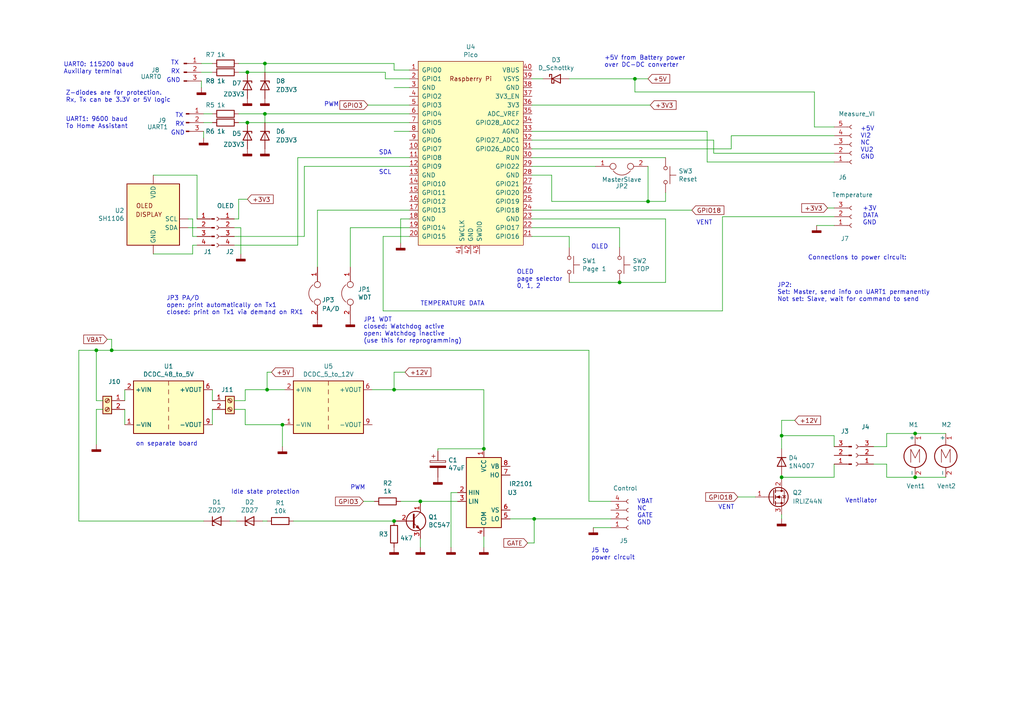
<source format=kicad_sch>
(kicad_sch (version 20230121) (generator eeschema)
  (paper "A4")
  (lib_symbols
    (symbol "Connector:Screw_Terminal_01x02" (pin_names (offset 1.016) hide)
      (property "Reference" "J" (at 0 2.54 0))
      (property "Value" "Screw_Terminal_01x02" (at 0 -5.08 0))
      (symbol "Screw_Terminal_01x02_1_1"
        (rectangle (start -1.27 1.27) (end 1.27 -3.81) (stroke (width 0.254)) (fill (type background)))
        (circle (center 0 -2.54) (radius 0.635) (stroke (width 0.1524)))
        (polyline (pts (xy -0.5334 -2.2098) (xy 0.3302 -3.048)) (stroke (width 0.1524)))
        (polyline (pts (xy -0.5334 0.3302) (xy 0.3302 -0.508)) (stroke (width 0.1524)))
        (polyline (pts (xy -0.3556 -2.032) (xy 0.508 -2.8702)) (stroke (width 0.1524)))
        (polyline (pts (xy -0.3556 0.508) (xy 0.508 -0.3302)) (stroke (width 0.1524)))
        (circle (center 0 0) (radius 0.635) (stroke (width 0.1524)))
        (pin passive line (at -5.08 0 0) (length 3.81) (name "Pin_1") (number "1"))
        (pin passive line (at -5.08 -2.54 0) (length 3.81) (name "Pin_2") (number "2"))
      )
    )
    (symbol "Device:D_Schottky" (pin_numbers hide) (pin_names (offset 1.016) hide)
      (property "Reference" "D" (at 0 2.54 0))
      (property "Value" "D_Schottky" (at 0 -2.54 0))
      (symbol "D_Schottky_0_1"
        (polyline (pts (xy 1.27 0) (xy -1.27 0)))
        (polyline (pts (xy 1.27 1.27) (xy 1.27 -1.27) (xy -1.27 0) (xy 1.27 1.27)) (stroke (width 0.254)))
        (polyline (pts (xy -1.905 0.635) (xy -1.905 1.27) (xy -1.27 1.27) (xy -1.27 -1.27) (xy -0.635 -1.27) (xy -0.635 -0.635)) (stroke (width 0.254)))
      )
      (symbol "D_Schottky_1_1"
        (pin passive line (at -3.81 0 0) (length 2.54) (name "K") (number "1"))
        (pin passive line (at 3.81 0 180) (length 2.54) (name "A") (number "2"))
      )
    )
    (symbol "Device:D_Zener" (pin_numbers hide) (pin_names (offset 1.016) hide)
      (property "Reference" "D" (at 0 2.54 0))
      (property "Value" "D_Zener" (at 0 -2.54 0))
      (symbol "D_Zener_0_1"
        (polyline (pts (xy 1.27 0) (xy -1.27 0)))
        (polyline (pts (xy -1.27 -1.27) (xy -1.27 1.27) (xy -0.762 1.27)) (stroke (width 0.254)))
        (polyline (pts (xy 1.27 -1.27) (xy 1.27 1.27) (xy -1.27 0) (xy 1.27 -1.27)) (stroke (width 0.254)))
      )
      (symbol "D_Zener_1_1"
        (pin passive line (at -3.81 0 0) (length 2.54) (name "K") (number "1"))
        (pin passive line (at 3.81 0 180) (length 2.54) (name "A") (number "2"))
      )
    )
    (symbol "Device:Q_NPN_CBE" (pin_names (offset 0) hide)
      (property "Reference" "Q" (at 5.08 1.27 0))
      (property "Value" "Q_NPN_CBE" (at 5.08 -1.27 0))
      (symbol "Q_NPN_CBE_0_1"
        (polyline (pts (xy 0.635 0.635) (xy 2.54 2.54)))
        (polyline (pts (xy 0.635 -0.635) (xy 2.54 -2.54) (xy 2.54 -2.54)))
        (polyline (pts (xy 0.635 1.905) (xy 0.635 -1.905) (xy 0.635 -1.905)) (stroke (width 0.508)))
        (polyline (pts (xy 1.27 -1.778) (xy 1.778 -1.27) (xy 2.286 -2.286) (xy 1.27 -1.778) (xy 1.27 -1.778)) (fill (type outline)))
        (circle (center 1.27 0) (radius 2.8194) (stroke (width 0.254)))
      )
      (symbol "Q_NPN_CBE_1_1"
        (pin passive line (at 2.54 5.08 270) (length 2.54) (name "C") (number "1"))
        (pin input line (at -5.08 0 0) (length 5.715) (name "B") (number "2"))
        (pin passive line (at 2.54 -5.08 90) (length 2.54) (name "E") (number "3"))
      )
    )
    (symbol "Device:R" (pin_numbers hide) (pin_names (offset 0))
      (property "Reference" "R" (at 2.032 0 90))
      (property "Value" "R" (at 0 0 90))
      (symbol "R_0_1"
        (rectangle (start -1.016 -2.54) (end 1.016 2.54) (stroke (width 0.254)))
      )
      (symbol "R_1_1"
        (pin passive line (at 0 3.81 270) (length 1.27) (name "~") (number "1"))
        (pin passive line (at 0 -3.81 90) (length 1.27) (name "~") (number "2"))
      )
    )
    (symbol "Diode:1N4007" (pin_numbers hide) (pin_names hide)
      (property "Reference" "D" (at 0 2.54 0))
      (property "Value" "1N4007" (at 0 -2.54 0))
      (symbol "1N4007_0_1"
        (polyline (pts (xy -1.27 1.27) (xy -1.27 -1.27)) (stroke (width 0.254)))
        (polyline (pts (xy 1.27 0) (xy -1.27 0)))
        (polyline (pts (xy 1.27 1.27) (xy 1.27 -1.27) (xy -1.27 0) (xy 1.27 1.27)) (stroke (width 0.254)))
      )
      (symbol "1N4007_1_1"
        (pin passive line (at -3.81 0 0) (length 2.54) (name "K") (number "1"))
        (pin passive line (at 3.81 0 180) (length 2.54) (name "A") (number "2"))
      )
    )
    (symbol "Diode:BZD27Cxx" (pin_numbers hide) (pin_names hide)
      (property "Reference" "D" (at 0 2.54 0))
      (property "Value" "BZD27Cxx" (at 0 -2.54 0))
      (symbol "BZD27Cxx_0_1"
        (polyline (pts (xy 1.27 0) (xy -1.27 0)))
        (polyline (pts (xy -1.27 -1.27) (xy -1.27 1.27) (xy -0.762 1.27)) (stroke (width 0.254)))
        (polyline (pts (xy 1.27 -1.27) (xy 1.27 1.27) (xy -1.27 0) (xy 1.27 -1.27)) (stroke (width 0.254)))
      )
      (symbol "BZD27Cxx_1_1"
        (pin passive line (at -3.81 0 0) (length 2.54) (name "K") (number "1"))
        (pin passive line (at 3.81 0 180) (length 2.54) (name "A") (number "2"))
      )
    )
    (symbol "Driver_FET:IR2101"
      (property "Reference" "U" (at 1.27 13.335 0))
      (property "Value" "IR2101" (at 1.27 11.43 0))
      (symbol "IR2101_0_1"
        (rectangle (start -5.08 -10.16) (end 5.08 10.16) (stroke (width 0.254)) (fill (type background)))
      )
      (symbol "IR2101_1_1"
        (pin power_in line (at 0 12.7 270) (length 2.54) (name "VCC") (number "1"))
        (pin input line (at -7.62 0 0) (length 2.54) (name "HIN") (number "2"))
        (pin input line (at -7.62 -2.54 0) (length 2.54) (name "LIN") (number "3"))
        (pin power_in line (at 0 -12.7 90) (length 2.54) (name "COM") (number "4"))
        (pin output line (at 7.62 -7.62 180) (length 2.54) (name "LO") (number "5"))
        (pin passive line (at 7.62 -5.08 180) (length 2.54) (name "VS") (number "6"))
        (pin output line (at 7.62 5.08 180) (length 2.54) (name "HO") (number "7"))
        (pin passive line (at 7.62 7.62 180) (length 2.54) (name "VB") (number "8"))
      )
    )
    (symbol "MPPT_05_2A_controlcircuit-rescue:CP-Device" (pin_numbers hide) (pin_names (offset 0.254))
      (property "Reference" "C" (at 0.635 2.54 0))
      (property "Value" "Device_CP" (at 0.635 -2.54 0))
      (symbol "CP-Device_0_1"
        (rectangle (start -2.286 0.508) (end 2.286 1.016))
        (polyline (pts (xy -1.778 2.286) (xy -0.762 2.286)))
        (polyline (pts (xy -1.27 2.794) (xy -1.27 1.778)))
        (rectangle (start 2.286 -0.508) (end -2.286 -1.016) (fill (type outline)))
      )
      (symbol "CP-Device_1_1"
        (pin passive line (at 0 3.81 270) (length 2.794) (name "~") (number "1"))
        (pin passive line (at 0 -3.81 90) (length 2.794) (name "~") (number "2"))
      )
    )
    (symbol "MPPT_05_2A_controlcircuit-rescue:Conn_01x03_Female-Connector" (pin_names (offset 1.016) hide)
      (property "Reference" "J" (at 0 5.08 0))
      (property "Value" "Connector_Conn_01x03_Female" (at 0 -5.08 0))
      (symbol "Conn_01x03_Female-Connector_1_1"
        (arc (start 0 -2.032) (mid -0.5058 -2.54) (end 0 -3.048) (stroke (width 0.1524)))
        (polyline (pts (xy -1.27 -2.54) (xy -0.508 -2.54)) (stroke (width 0.1524)))
        (polyline (pts (xy -1.27 0) (xy -0.508 0)) (stroke (width 0.1524)))
        (polyline (pts (xy -1.27 2.54) (xy -0.508 2.54)) (stroke (width 0.1524)))
        (arc (start 0 0.508) (mid -0.5058 0) (end 0 -0.508) (stroke (width 0.1524)))
        (arc (start 0 3.048) (mid -0.5058 2.54) (end 0 2.032) (stroke (width 0.1524)))
        (pin passive line (at -5.08 2.54 0) (length 3.81) (name "Pin_1") (number "1"))
        (pin passive line (at -5.08 0 0) (length 3.81) (name "Pin_2") (number "2"))
        (pin passive line (at -5.08 -2.54 0) (length 3.81) (name "Pin_3") (number "3"))
      )
    )
    (symbol "MPPT_05_2A_controlcircuit-rescue:Conn_01x03_Male-Connector" (pin_names (offset 1.016) hide)
      (property "Reference" "J" (at 0 5.08 0))
      (property "Value" "Connector_Conn_01x03_Male" (at 0 -5.08 0))
      (symbol "Conn_01x03_Male-Connector_1_1"
        (polyline (pts (xy 1.27 -2.54) (xy 0.8636 -2.54)) (stroke (width 0.1524)))
        (polyline (pts (xy 1.27 0) (xy 0.8636 0)) (stroke (width 0.1524)))
        (polyline (pts (xy 1.27 2.54) (xy 0.8636 2.54)) (stroke (width 0.1524)))
        (rectangle (start 0.8636 -2.413) (end 0 -2.667) (stroke (width 0.1524)) (fill (type outline)))
        (rectangle (start 0.8636 0.127) (end 0 -0.127) (stroke (width 0.1524)) (fill (type outline)))
        (rectangle (start 0.8636 2.667) (end 0 2.413) (stroke (width 0.1524)) (fill (type outline)))
        (pin passive line (at 5.08 2.54 180) (length 3.81) (name "Pin_1") (number "1"))
        (pin passive line (at 5.08 0 180) (length 3.81) (name "Pin_2") (number "2"))
        (pin passive line (at 5.08 -2.54 180) (length 3.81) (name "Pin_3") (number "3"))
      )
    )
    (symbol "MPPT_05_2A_controlcircuit-rescue:Conn_01x04_Female-Connector" (pin_names (offset 1.016) hide)
      (property "Reference" "J" (at 0 5.08 0))
      (property "Value" "Connector_Conn_01x04_Female" (at 0 -7.62 0))
      (symbol "Conn_01x04_Female-Connector_1_1"
        (arc (start 0 -4.572) (mid -0.5058 -5.08) (end 0 -5.588) (stroke (width 0.1524)))
        (arc (start 0 -2.032) (mid -0.5058 -2.54) (end 0 -3.048) (stroke (width 0.1524)))
        (polyline (pts (xy -1.27 -5.08) (xy -0.508 -5.08)) (stroke (width 0.1524)))
        (polyline (pts (xy -1.27 -2.54) (xy -0.508 -2.54)) (stroke (width 0.1524)))
        (polyline (pts (xy -1.27 0) (xy -0.508 0)) (stroke (width 0.1524)))
        (polyline (pts (xy -1.27 2.54) (xy -0.508 2.54)) (stroke (width 0.1524)))
        (arc (start 0 0.508) (mid -0.5058 0) (end 0 -0.508) (stroke (width 0.1524)))
        (arc (start 0 3.048) (mid -0.5058 2.54) (end 0 2.032) (stroke (width 0.1524)))
        (pin passive line (at -5.08 2.54 0) (length 3.81) (name "Pin_1") (number "1"))
        (pin passive line (at -5.08 0 0) (length 3.81) (name "Pin_2") (number "2"))
        (pin passive line (at -5.08 -2.54 0) (length 3.81) (name "Pin_3") (number "3"))
        (pin passive line (at -5.08 -5.08 0) (length 3.81) (name "Pin_4") (number "4"))
      )
    )
    (symbol "MPPT_05_2A_controlcircuit-rescue:Conn_01x04_Male-Connector" (pin_names (offset 1.016) hide)
      (property "Reference" "J" (at 0 5.08 0))
      (property "Value" "Connector_Conn_01x04_Male" (at 0 -7.62 0))
      (symbol "Conn_01x04_Male-Connector_1_1"
        (polyline (pts (xy 1.27 -5.08) (xy 0.8636 -5.08)) (stroke (width 0.1524)))
        (polyline (pts (xy 1.27 -2.54) (xy 0.8636 -2.54)) (stroke (width 0.1524)))
        (polyline (pts (xy 1.27 0) (xy 0.8636 0)) (stroke (width 0.1524)))
        (polyline (pts (xy 1.27 2.54) (xy 0.8636 2.54)) (stroke (width 0.1524)))
        (rectangle (start 0.8636 -4.953) (end 0 -5.207) (stroke (width 0.1524)) (fill (type outline)))
        (rectangle (start 0.8636 -2.413) (end 0 -2.667) (stroke (width 0.1524)) (fill (type outline)))
        (rectangle (start 0.8636 0.127) (end 0 -0.127) (stroke (width 0.1524)) (fill (type outline)))
        (rectangle (start 0.8636 2.667) (end 0 2.413) (stroke (width 0.1524)) (fill (type outline)))
        (pin passive line (at 5.08 2.54 180) (length 3.81) (name "Pin_1") (number "1"))
        (pin passive line (at 5.08 0 180) (length 3.81) (name "Pin_2") (number "2"))
        (pin passive line (at 5.08 -2.54 180) (length 3.81) (name "Pin_3") (number "3"))
        (pin passive line (at 5.08 -5.08 180) (length 3.81) (name "Pin_4") (number "4"))
      )
    )
    (symbol "MPPT_05_2A_controlcircuit-rescue:Conn_01x05_Female-Connector" (pin_names (offset 1.016) hide)
      (property "Reference" "J" (at 0 7.62 0))
      (property "Value" "Connector_Conn_01x05_Female" (at 0 -7.62 0))
      (symbol "Conn_01x05_Female-Connector_1_1"
        (arc (start 0 -4.572) (mid -0.5058 -5.08) (end 0 -5.588) (stroke (width 0.1524)))
        (arc (start 0 -2.032) (mid -0.5058 -2.54) (end 0 -3.048) (stroke (width 0.1524)))
        (polyline (pts (xy -1.27 -5.08) (xy -0.508 -5.08)) (stroke (width 0.1524)))
        (polyline (pts (xy -1.27 -2.54) (xy -0.508 -2.54)) (stroke (width 0.1524)))
        (polyline (pts (xy -1.27 0) (xy -0.508 0)) (stroke (width 0.1524)))
        (polyline (pts (xy -1.27 2.54) (xy -0.508 2.54)) (stroke (width 0.1524)))
        (polyline (pts (xy -1.27 5.08) (xy -0.508 5.08)) (stroke (width 0.1524)))
        (arc (start 0 0.508) (mid -0.5058 0) (end 0 -0.508) (stroke (width 0.1524)))
        (arc (start 0 3.048) (mid -0.5058 2.54) (end 0 2.032) (stroke (width 0.1524)))
        (arc (start 0 5.588) (mid -0.5058 5.08) (end 0 4.572) (stroke (width 0.1524)))
        (pin passive line (at -5.08 5.08 0) (length 3.81) (name "Pin_1") (number "1"))
        (pin passive line (at -5.08 2.54 0) (length 3.81) (name "Pin_2") (number "2"))
        (pin passive line (at -5.08 0 0) (length 3.81) (name "Pin_3") (number "3"))
        (pin passive line (at -5.08 -2.54 0) (length 3.81) (name "Pin_4") (number "4"))
        (pin passive line (at -5.08 -5.08 0) (length 3.81) (name "Pin_5") (number "5"))
      )
    )
    (symbol "MPPT_05_2A_controlcircuit-rescue:DCDC-DC_DC_converter"
      (property "Reference" "U" (at -7.62 8.89 0))
      (property "Value" "DC_DC_converter_DCDC" (at 11.43 8.89 0))
      (symbol "DCDC-DC_DC_converter_0_1"
        (rectangle (start -10.16 7.62) (end 10.16 -7.62) (stroke (width 0.254)) (fill (type background)))
        (polyline (pts (xy 0 -5.08) (xy 0 -6.35)))
        (polyline (pts (xy 0 -2.54) (xy 0 -3.81)))
        (polyline (pts (xy 0 0) (xy 0 -1.27)))
        (polyline (pts (xy 0 2.54) (xy 0 1.27)))
        (polyline (pts (xy 0 5.08) (xy 0 3.81)))
        (polyline (pts (xy 0 7.62) (xy 0 6.35)))
      )
      (symbol "DCDC-DC_DC_converter_1_1"
        (pin power_in line (at -12.7 -5.08 0) (length 2.54) (name "-VIN") (number "1"))
        (pin power_in line (at -12.7 5.08 0) (length 2.54) (name "+VIN") (number "2"))
        (pin power_out line (at 12.7 5.08 180) (length 2.54) (name "+VOUT") (number "6"))
        (pin no_connect line (at 10.16 2.54 180) (length 2.54) hide (name "NC") (number "7"))
        (pin no_connect line (at 10.16 0 180) (length 2.54) hide (name "NC") (number "8"))
        (pin power_out line (at 12.7 -5.08 180) (length 2.54) (name "-VOUT") (number "9"))
      )
    )
    (symbol "MPPT_05_2A_controlcircuit-rescue:Jumper-Device" (pin_names (offset 0.762) hide)
      (property "Reference" "JP" (at 0 3.81 0))
      (property "Value" "Device_Jumper" (at 0 -2.032 0))
      (symbol "Jumper-Device_0_1"
        (circle (center -2.54 0) (radius 0.889))
        (arc (start 2.5146 1.27) (mid 0.0078 2.5097) (end -2.4892 1.27))
        (circle (center 2.54 0) (radius 0.889))
        (pin passive line (at -7.62 0 0) (length 4.191) (name "1") (number "1"))
        (pin passive line (at 7.62 0 180) (length 4.191) (name "2") (number "2"))
      )
    )
    (symbol "MPPT_05_2A_controlcircuit-rescue:Pico-Raspi_Pico" (pin_names (offset 1.016))
      (property "Reference" "U" (at -13.97 27.94 0))
      (property "Value" "Raspi_Pico_Pico" (at 0 19.05 0))
      (symbol "Pico-Raspi_Pico_0_0"
        (text "Raspberry Pi" (at 0 21.59 0) (effects (font (size 1.27 1.27))))
      )
      (symbol "Pico-Raspi_Pico_0_1"
        (rectangle (start -15.24 26.67) (end 15.24 -26.67) (fill (type background)))
      )
      (symbol "Pico-Raspi_Pico_1_1"
        (pin bidirectional line (at -17.78 24.13 0) (length 2.54) (name "GPIO0") (number "1"))
        (pin bidirectional line (at -17.78 1.27 0) (length 2.54) (name "GPIO7") (number "10"))
        (pin bidirectional line (at -17.78 -1.27 0) (length 2.54) (name "GPIO8") (number "11"))
        (pin bidirectional line (at -17.78 -3.81 0) (length 2.54) (name "GPIO9") (number "12"))
        (pin power_in line (at -17.78 -6.35 0) (length 2.54) (name "GND") (number "13"))
        (pin bidirectional line (at -17.78 -8.89 0) (length 2.54) (name "GPIO10") (number "14"))
        (pin bidirectional line (at -17.78 -11.43 0) (length 2.54) (name "GPIO11") (number "15"))
        (pin bidirectional line (at -17.78 -13.97 0) (length 2.54) (name "GPIO12") (number "16"))
        (pin bidirectional line (at -17.78 -16.51 0) (length 2.54) (name "GPIO13") (number "17"))
        (pin power_in line (at -17.78 -19.05 0) (length 2.54) (name "GND") (number "18"))
        (pin bidirectional line (at -17.78 -21.59 0) (length 2.54) (name "GPIO14") (number "19"))
        (pin bidirectional line (at -17.78 21.59 0) (length 2.54) (name "GPIO1") (number "2"))
        (pin bidirectional line (at -17.78 -24.13 0) (length 2.54) (name "GPIO15") (number "20"))
        (pin bidirectional line (at 17.78 -24.13 180) (length 2.54) (name "GPIO16") (number "21"))
        (pin bidirectional line (at 17.78 -21.59 180) (length 2.54) (name "GPIO17") (number "22"))
        (pin power_in line (at 17.78 -19.05 180) (length 2.54) (name "GND") (number "23"))
        (pin bidirectional line (at 17.78 -16.51 180) (length 2.54) (name "GPIO18") (number "24"))
        (pin bidirectional line (at 17.78 -13.97 180) (length 2.54) (name "GPIO19") (number "25"))
        (pin bidirectional line (at 17.78 -11.43 180) (length 2.54) (name "GPIO20") (number "26"))
        (pin bidirectional line (at 17.78 -8.89 180) (length 2.54) (name "GPIO21") (number "27"))
        (pin power_in line (at 17.78 -6.35 180) (length 2.54) (name "GND") (number "28"))
        (pin bidirectional line (at 17.78 -3.81 180) (length 2.54) (name "GPIO22") (number "29"))
        (pin power_in line (at -17.78 19.05 0) (length 2.54) (name "GND") (number "3"))
        (pin input line (at 17.78 -1.27 180) (length 2.54) (name "RUN") (number "30"))
        (pin bidirectional line (at 17.78 1.27 180) (length 2.54) (name "GPIO26_ADC0") (number "31"))
        (pin bidirectional line (at 17.78 3.81 180) (length 2.54) (name "GPIO27_ADC1") (number "32"))
        (pin power_in line (at 17.78 6.35 180) (length 2.54) (name "AGND") (number "33"))
        (pin bidirectional line (at 17.78 8.89 180) (length 2.54) (name "GPIO28_ADC2") (number "34"))
        (pin unspecified line (at 17.78 11.43 180) (length 2.54) (name "ADC_VREF") (number "35"))
        (pin unspecified line (at 17.78 13.97 180) (length 2.54) (name "3V3") (number "36"))
        (pin input line (at 17.78 16.51 180) (length 2.54) (name "3V3_EN") (number "37"))
        (pin bidirectional line (at 17.78 19.05 180) (length 2.54) (name "GND") (number "38"))
        (pin unspecified line (at 17.78 21.59 180) (length 2.54) (name "VSYS") (number "39"))
        (pin bidirectional line (at -17.78 16.51 0) (length 2.54) (name "GPIO2") (number "4"))
        (pin unspecified line (at 17.78 24.13 180) (length 2.54) (name "VBUS") (number "40"))
        (pin input line (at -2.54 -29.21 90) (length 2.54) (name "SWCLK") (number "41"))
        (pin power_in line (at 0 -29.21 90) (length 2.54) (name "GND") (number "42"))
        (pin bidirectional line (at 2.54 -29.21 90) (length 2.54) (name "SWDIO") (number "43"))
        (pin bidirectional line (at -17.78 13.97 0) (length 2.54) (name "GPIO3") (number "5"))
        (pin bidirectional line (at -17.78 11.43 0) (length 2.54) (name "GPIO4") (number "6"))
        (pin bidirectional line (at -17.78 8.89 0) (length 2.54) (name "GPIO5") (number "7"))
        (pin power_in line (at -17.78 6.35 0) (length 2.54) (name "GND") (number "8"))
        (pin bidirectional line (at -17.78 3.81 0) (length 2.54) (name "GPIO6") (number "9"))
      )
    )
    (symbol "MPPT_05_2A_controlcircuit-rescue:SH1106-oled" (pin_numbers hide)
      (property "Reference" "U" (at 2.54 13.97 0))
      (property "Value" "oled_SH1106" (at 7.62 11.43 0))
      (symbol "SH1106-oled_0_0"
        (text "DISPLAY" (at -1.27 1.27 0) (effects (font (size 1.27 1.27))))
        (text "OLED" (at -2.54 3.81 0) (effects (font (size 1.27 1.27))))
      )
      (symbol "SH1106-oled_0_1"
        (rectangle (start -7.62 10.16) (end 7.62 -7.62) (stroke (width 0.254)) (fill (type background)))
      )
      (symbol "SH1106-oled_1_1"
        (pin input line (at 10.16 0 180) (length 2.54) (name "SCL") (number "10"))
        (pin power_in line (at 0 -10.16 90) (length 2.54) (name "GND") (number "3"))
        (pin power_in line (at 0 12.7 270) (length 2.54) (name "VDD") (number "8"))
        (pin bidirectional line (at 10.16 -2.54 180) (length 2.54) (name "SDA") (number "9"))
      )
    )
    (symbol "Motor:Motor_DC" (pin_names (offset 0))
      (property "Reference" "M" (at 2.54 2.54 0))
      (property "Value" "Motor_DC" (at 2.54 -5.08 0))
      (symbol "Motor_DC_0_0"
        (polyline (pts (xy -1.27 -3.302) (xy -1.27 0.508) (xy 0 -2.032) (xy 1.27 0.508) (xy 1.27 -3.302)))
      )
      (symbol "Motor_DC_0_1"
        (circle (center 0 -1.524) (radius 3.2512) (stroke (width 0.254)))
        (polyline (pts (xy 0 -7.62) (xy 0 -7.112)))
        (polyline (pts (xy 0 -4.7752) (xy 0 -5.1816)))
        (polyline (pts (xy 0 1.7272) (xy 0 2.0828)))
        (polyline (pts (xy 0 2.032) (xy 0 2.54)))
      )
      (symbol "Motor_DC_1_1"
        (pin passive line (at 0 5.08 270) (length 2.54) (name "+") (number "1"))
        (pin passive line (at 0 -7.62 90) (length 2.54) (name "-") (number "2"))
      )
    )
    (symbol "Switch:SW_Push" (pin_numbers hide) (pin_names (offset 1.016) hide)
      (property "Reference" "SW" (at 1.27 2.54 0))
      (property "Value" "SW_Push" (at 0 -1.524 0))
      (symbol "SW_Push_0_1"
        (circle (center -2.032 0) (radius 0.508))
        (polyline (pts (xy 0 1.27) (xy 0 3.048)))
        (polyline (pts (xy 2.54 1.27) (xy -2.54 1.27)))
        (circle (center 2.032 0) (radius 0.508))
        (pin passive line (at -5.08 0 0) (length 2.54) (name "1") (number "1"))
        (pin passive line (at 5.08 0 180) (length 2.54) (name "2") (number "2"))
      )
    )
    (symbol "Transistor_FET:IRLIZ44N" (pin_names hide)
      (property "Reference" "Q" (at 5.08 1.905 0))
      (property "Value" "IRLIZ44N" (at 5.08 0 0))
      (symbol "IRLIZ44N_0_1"
        (polyline (pts (xy 0.254 0) (xy -2.54 0)))
        (polyline (pts (xy 0.254 1.905) (xy 0.254 -1.905)) (stroke (width 0.254)))
        (polyline (pts (xy 0.762 -1.27) (xy 0.762 -2.286)) (stroke (width 0.254)))
        (polyline (pts (xy 0.762 0.508) (xy 0.762 -0.508)) (stroke (width 0.254)))
        (polyline (pts (xy 0.762 2.286) (xy 0.762 1.27)) (stroke (width 0.254)))
        (polyline (pts (xy 2.54 2.54) (xy 2.54 1.778)))
        (polyline (pts (xy 2.54 -2.54) (xy 2.54 0) (xy 0.762 0)))
        (polyline (pts (xy 0.762 -1.778) (xy 3.302 -1.778) (xy 3.302 1.778) (xy 0.762 1.778)))
        (polyline (pts (xy 1.016 0) (xy 2.032 0.381) (xy 2.032 -0.381) (xy 1.016 0)) (fill (type outline)))
        (polyline (pts (xy 2.794 0.508) (xy 2.921 0.381) (xy 3.683 0.381) (xy 3.81 0.254)))
        (polyline (pts (xy 3.302 0.381) (xy 2.921 -0.254) (xy 3.683 -0.254) (xy 3.302 0.381)))
        (circle (center 1.651 0) (radius 2.794) (stroke (width 0.254)))
        (circle (center 2.54 -1.778) (radius 0.254) (fill (type outline)))
        (circle (center 2.54 1.778) (radius 0.254) (fill (type outline)))
      )
      (symbol "IRLIZ44N_1_1"
        (pin input line (at -5.08 0 0) (length 2.54) (name "G") (number "1"))
        (pin passive line (at 2.54 5.08 270) (length 2.54) (name "D") (number "2"))
        (pin passive line (at 2.54 -5.08 90) (length 2.54) (name "S") (number "3"))
      )
    )
    (symbol "power:GNDD" (power) (pin_names (offset 0))
      (property "Value" "GNDD" (at 0 -3.175 0))
      (symbol "GNDD_0_1"
        (rectangle (start -1.27 -1.524) (end 1.27 -2.032) (stroke (width 0.254)) (fill (type outline)))
        (polyline (pts (xy 0 0) (xy 0 -1.524)))
      )
      (symbol "GNDD_1_1"
        (pin power_in line (at 0 0 270) (length 0) hide (name "GNDD") (number "1"))
      )
    )
  )
  (junction (at 71.755 20.955))
  (junction (at 114.3 113.03))
  (junction (at 226.695 138.43))
  (junction (at 265.43 138.43))
  (junction (at 179.705 81.915))
  (junction (at 76.835 33.02))
  (junction (at 184.15 22.86))
  (junction (at 114.3 151.13))
  (junction (at 187.96 58.42))
  (junction (at 77.47 113.03))
  (junction (at 81.915 123.19))
  (junction (at 71.755 35.56))
  (junction (at 140.335 130.175))
  (junction (at 121.92 145.415))
  (junction (at 32.385 101.6))
  (junction (at 76.835 18.415))
  (junction (at 27.94 101.6))
  (junction (at 265.43 125.73))
  (junction (at 226.695 126.365))
  (junction (at 154.94 150.495))
  (wire (pts (xy 170.815 101.6) (xy 170.815 145.415)))
  (wire (pts (xy 118.745 68.58) (xy 111.125 68.58)))
  (wire (pts (xy 154.305 48.26) (xy 172.72 48.26)))
  (wire (pts (xy 68.58 151.13) (xy 66.675 151.13)))
  (wire (pts (xy 154.305 30.48) (xy 188.595 30.48)))
  (wire (pts (xy 147.955 150.495) (xy 154.94 150.495)))
  (wire (pts (xy 81.915 123.19) (xy 81.915 129.54)))
  (wire (pts (xy 114.3 107.95) (xy 114.3 113.03)))
  (wire (pts (xy 209.55 62.865) (xy 241.935 62.865)))
  (wire (pts (xy 140.335 155.575) (xy 140.335 158.75)))
  (wire (pts (xy 114.3 25.4) (xy 118.745 25.4)))
  (wire (pts (xy 114.3 38.1) (xy 118.745 38.1)))
  (wire (pts (xy 59.055 33.02) (xy 61.595 33.02)))
  (wire (pts (xy 236.22 36.83) (xy 236.22 26.67)))
  (wire (pts (xy 118.745 63.5) (xy 116.205 63.5)))
  (wire (pts (xy 226.695 149.225) (xy 226.695 150.495)))
  (wire (pts (xy 58.42 20.955) (xy 61.595 20.955)))
  (wire (pts (xy 108.585 145.415) (xy 105.41 145.415)))
  (wire (pts (xy 121.92 156.21) (xy 121.92 158.75)))
  (wire (pts (xy 193.04 55.88) (xy 193.04 58.42)))
  (wire (pts (xy 69.215 35.56) (xy 71.755 35.56)))
  (wire (pts (xy 154.305 60.96) (xy 200.66 60.96)))
  (wire (pts (xy 184.15 22.86) (xy 187.96 22.86)))
  (wire (pts (xy 77.47 151.13) (xy 76.2 151.13)))
  (wire (pts (xy 111.125 90.17) (xy 209.55 90.17)))
  (wire (pts (xy 253.365 129.54) (xy 257.175 129.54)))
  (wire (pts (xy 27.94 128.905) (xy 27.94 118.745)))
  (wire (pts (xy 154.305 50.8) (xy 160.02 50.8)))
  (wire (pts (xy 55.88 68.58) (xy 57.15 68.58)))
  (wire (pts (xy 76.835 33.02) (xy 118.745 33.02)))
  (wire (pts (xy 55.88 73.66) (xy 55.88 71.12)))
  (wire (pts (xy 253.365 134.62) (xy 257.175 134.62)))
  (wire (pts (xy 67.945 116.205) (xy 71.12 116.205)))
  (wire (pts (xy 241.935 36.83) (xy 236.22 36.83)))
  (wire (pts (xy 32.385 101.6) (xy 170.815 101.6)))
  (wire (pts (xy 31.115 98.425) (xy 32.385 98.425)))
  (wire (pts (xy 140.335 113.03) (xy 140.335 130.175)))
  (wire (pts (xy 27.94 116.205) (xy 27.94 101.6)))
  (wire (pts (xy 76.835 18.415) (xy 114.3 18.415)))
  (wire (pts (xy 88.265 48.26) (xy 118.745 48.26)))
  (wire (pts (xy 82.55 123.19) (xy 81.915 123.19)))
  (wire (pts (xy 67.945 63.5) (xy 69.215 63.5)))
  (wire (pts (xy 154.305 43.18) (xy 212.09 43.18)))
  (wire (pts (xy 187.96 58.42) (xy 193.04 58.42)))
  (wire (pts (xy 226.695 126.365) (xy 226.695 130.175)))
  (wire (pts (xy 111.76 20.955) (xy 111.76 22.86)))
  (wire (pts (xy 57.15 63.5) (xy 57.15 50.8)))
  (wire (pts (xy 207.01 40.64) (xy 207.01 44.45)))
  (wire (pts (xy 257.175 125.73) (xy 265.43 125.73)))
  (wire (pts (xy 114.3 113.03) (xy 140.335 113.03)))
  (wire (pts (xy 67.945 66.04) (xy 69.85 66.04)))
  (wire (pts (xy 153.035 157.48) (xy 154.94 157.48)))
  (wire (pts (xy 257.175 129.54) (xy 257.175 125.73)))
  (wire (pts (xy 55.88 71.12) (xy 57.15 71.12)))
  (wire (pts (xy 160.02 50.8) (xy 160.02 58.42)))
  (wire (pts (xy 77.47 113.03) (xy 82.55 113.03)))
  (wire (pts (xy 27.94 118.745) (xy 29.845 118.745)))
  (wire (pts (xy 88.265 68.58) (xy 67.945 68.58)))
  (wire (pts (xy 165.1 81.915) (xy 179.705 81.915)))
  (wire (pts (xy 69.215 20.955) (xy 71.755 20.955)))
  (wire (pts (xy 205.105 46.99) (xy 241.935 46.99)))
  (wire (pts (xy 27.94 101.6) (xy 32.385 101.6)))
  (wire (pts (xy 154.305 45.72) (xy 193.04 45.72)))
  (wire (pts (xy 241.935 134.62) (xy 241.935 138.43)))
  (wire (pts (xy 241.935 60.325) (xy 240.03 60.325)))
  (wire (pts (xy 213.995 144.145) (xy 219.075 144.145)))
  (wire (pts (xy 226.695 121.92) (xy 226.695 126.365)))
  (wire (pts (xy 154.305 22.86) (xy 157.48 22.86)))
  (wire (pts (xy 71.12 116.205) (xy 71.12 113.03)))
  (wire (pts (xy 212.09 43.18) (xy 212.09 39.37)))
  (wire (pts (xy 121.92 146.05) (xy 121.92 145.415)))
  (wire (pts (xy 22.86 151.13) (xy 59.055 151.13)))
  (wire (pts (xy 116.205 145.415) (xy 121.92 145.415)))
  (wire (pts (xy 71.755 20.955) (xy 111.76 20.955)))
  (wire (pts (xy 85.09 151.13) (xy 114.3 151.13)))
  (wire (pts (xy 265.43 138.43) (xy 274.32 138.43)))
  (wire (pts (xy 111.125 68.58) (xy 111.125 90.17)))
  (wire (pts (xy 32.385 98.425) (xy 32.385 101.6)))
  (wire (pts (xy 207.01 44.45) (xy 241.935 44.45)))
  (wire (pts (xy 76.835 35.56) (xy 76.835 33.02)))
  (wire (pts (xy 61.595 113.03) (xy 61.595 116.205)))
  (wire (pts (xy 193.04 63.5) (xy 193.04 81.915)))
  (wire (pts (xy 101.6 66.04) (xy 101.6 77.47)))
  (wire (pts (xy 165.1 68.58) (xy 154.305 68.58)))
  (wire (pts (xy 177.165 153.035) (xy 172.085 153.035)))
  (wire (pts (xy 140.335 130.175) (xy 127 130.175)))
  (wire (pts (xy 57.15 50.8) (xy 44.45 50.8)))
  (wire (pts (xy 69.215 57.785) (xy 71.755 57.785)))
  (wire (pts (xy 241.935 129.54) (xy 241.935 126.365)))
  (wire (pts (xy 187.96 48.26) (xy 187.96 58.42)))
  (wire (pts (xy 54.61 63.5) (xy 55.88 63.5)))
  (wire (pts (xy 241.935 126.365) (xy 226.695 126.365)))
  (wire (pts (xy 71.755 35.56) (xy 118.745 35.56)))
  (wire (pts (xy 127 130.175) (xy 127 130.81)))
  (wire (pts (xy 71.12 113.03) (xy 77.47 113.03)))
  (wire (pts (xy 154.305 38.1) (xy 205.105 38.1)))
  (wire (pts (xy 241.935 138.43) (xy 226.695 138.43)))
  (wire (pts (xy 177.165 145.415) (xy 170.815 145.415)))
  (wire (pts (xy 76.835 20.955) (xy 76.835 18.415)))
  (wire (pts (xy 71.12 118.745) (xy 71.12 123.19)))
  (wire (pts (xy 132.715 142.875) (xy 130.81 142.875)))
  (wire (pts (xy 154.305 40.64) (xy 207.01 40.64)))
  (wire (pts (xy 226.695 138.43) (xy 226.695 139.065)))
  (wire (pts (xy 86.36 45.72) (xy 86.36 71.12)))
  (wire (pts (xy 114.3 20.32) (xy 118.745 20.32)))
  (wire (pts (xy 118.745 30.48) (xy 106.68 30.48)))
  (wire (pts (xy 88.265 48.26) (xy 88.265 68.58)))
  (wire (pts (xy 184.15 26.67) (xy 184.15 22.86)))
  (wire (pts (xy 241.935 65.405) (xy 236.855 65.405)))
  (wire (pts (xy 257.175 134.62) (xy 257.175 138.43)))
  (wire (pts (xy 154.94 157.48) (xy 154.94 150.495)))
  (wire (pts (xy 212.09 39.37) (xy 241.935 39.37)))
  (wire (pts (xy 116.205 63.5) (xy 116.205 70.485)))
  (wire (pts (xy 69.215 33.02) (xy 76.835 33.02)))
  (wire (pts (xy 154.94 150.495) (xy 177.165 150.495)))
  (wire (pts (xy 54.61 66.04) (xy 57.15 66.04)))
  (wire (pts (xy 67.945 118.745) (xy 71.12 118.745)))
  (wire (pts (xy 59.055 35.56) (xy 61.595 35.56)))
  (wire (pts (xy 55.88 63.5) (xy 55.88 68.58)))
  (wire (pts (xy 58.42 18.415) (xy 61.595 18.415)))
  (wire (pts (xy 69.215 18.415) (xy 76.835 18.415)))
  (wire (pts (xy 230.505 121.92) (xy 226.695 121.92)))
  (wire (pts (xy 121.92 145.415) (xy 132.715 145.415)))
  (wire (pts (xy 236.22 26.67) (xy 184.15 26.67)))
  (wire (pts (xy 226.695 137.795) (xy 226.695 138.43)))
  (wire (pts (xy 154.305 63.5) (xy 193.04 63.5)))
  (wire (pts (xy 193.04 81.915) (xy 179.705 81.915)))
  (wire (pts (xy 69.215 63.5) (xy 69.215 57.785)))
  (wire (pts (xy 179.705 66.04) (xy 154.305 66.04)))
  (wire (pts (xy 92.075 60.96) (xy 118.745 60.96)))
  (wire (pts (xy 71.12 123.19) (xy 81.915 123.19)))
  (wire (pts (xy 160.02 58.42) (xy 187.96 58.42)))
  (wire (pts (xy 36.195 118.745) (xy 36.195 123.19)))
  (wire (pts (xy 118.745 66.04) (xy 101.6 66.04)))
  (wire (pts (xy 92.075 77.47) (xy 92.075 60.96)))
  (wire (pts (xy 257.175 138.43) (xy 265.43 138.43)))
  (wire (pts (xy 130.81 142.875) (xy 130.81 158.75)))
  (wire (pts (xy 111.76 22.86) (xy 118.745 22.86)))
  (wire (pts (xy 179.705 71.755) (xy 179.705 66.04)))
  (wire (pts (xy 107.95 113.03) (xy 114.3 113.03)))
  (wire (pts (xy 22.86 151.13) (xy 22.86 101.6)))
  (wire (pts (xy 61.595 118.745) (xy 61.595 123.19)))
  (wire (pts (xy 205.105 38.1) (xy 205.105 46.99)))
  (wire (pts (xy 265.43 125.73) (xy 274.32 125.73)))
  (wire (pts (xy 117.475 107.95) (xy 114.3 107.95)))
  (wire (pts (xy 59.055 38.1) (xy 59.055 40.005)))
  (wire (pts (xy 209.55 90.17) (xy 209.55 62.865)))
  (wire (pts (xy 44.45 73.66) (xy 55.88 73.66)))
  (wire (pts (xy 77.47 107.95) (xy 77.47 113.03)))
  (wire (pts (xy 78.74 107.95) (xy 77.47 107.95)))
  (wire (pts (xy 86.36 71.12) (xy 67.945 71.12)))
  (wire (pts (xy 36.195 113.03) (xy 36.195 116.205)))
  (wire (pts (xy 86.36 45.72) (xy 118.745 45.72)))
  (wire (pts (xy 58.42 23.495) (xy 58.42 25.4)))
  (wire (pts (xy 114.3 18.415) (xy 114.3 20.32)))
  (wire (pts (xy 165.1 71.755) (xy 165.1 68.58)))
  (wire (pts (xy 69.85 66.04) (xy 69.85 73.66)))
  (wire (pts (xy 165.1 22.86) (xy 184.15 22.86)))
  (wire (pts (xy 22.86 101.6) (xy 27.94 101.6)))
  (wire (pts (xy 29.845 116.205) (xy 27.94 116.205)))
  (text "J5 to \npower circuit\n" (at 171.45 162.56 0) (effects (font (size 1.27 1.27)) (justify left bottom)))
  (text "+3V\nDATA\nGND" (at 250.19 65.405 0) (effects (font (size 1.27 1.27)) (justify left bottom)))
  (text "Z-diodes are for protection.\nRx, Tx can be 3.3V or 5V logic" (at 19.05 29.845 0) (effects (font (size 1.27 1.27)) (justify left bottom)))
  (text "JP1 WDT\nclosed: Watchdog active\nopen: Watchdog inactive\n(use this for reprogramming)" (at 105.41 99.695 0) (effects (font (size 1.27 1.27)) (justify left bottom)))
  (text "TEMPERATURE DATA\n" (at 121.92 88.9 0) (effects (font (size 1.27 1.27)) (justify left bottom)))
  (text "UART1: 9600 baud\nTo Home Assistant" (at 19.05 37.465 0) (effects (font (size 1.27 1.27)) (justify left bottom)))
  (text "GND" (at 49.53 39.37 0) (effects (font (size 1.27 1.27)) (justify left bottom)))
  (text "PWM\n" (at 93.98 31.115 0) (effects (font (size 1.27 1.27)) (justify left bottom)))
  (text "VENT" (at 201.93 65.405 0) (effects (font (size 1.27 1.27)) (justify left bottom)))
  (text "RX" (at 49.53 21.59 0) (effects (font (size 1.27 1.27)) (justify left bottom)))
  (text "Connections to power circuit:\n" (at 234.315 75.565 0) (effects (font (size 1.27 1.27)) (justify left bottom)))
  (text "JP3 PA/D\nopen: print automatically on Tx1\nclosed: print on Tx1 via demand on RX1" (at 48.26 91.44 0) (effects (font (size 1.27 1.27)) (justify left bottom)))
  (text "VENT" (at 208.28 147.955 0) (effects (font (size 1.27 1.27)) (justify left bottom)))
  (text "JP2:\nSet: Master, send info on UART1 permanently\nNot set: Slave, wait for command to send" (at 225.425 87.63 0) (effects (font (size 1.27 1.27)) (justify left bottom)))
  (text "SDA" (at 109.855 45.085 0) (effects (font (size 1.27 1.27)) (justify left bottom)))
  (text "+5V from Battery power \nover DC-DC converter\n" (at 175.26 19.685 0) (effects (font (size 1.27 1.27)) (justify left bottom)))
  (text "OLED\n" (at 171.45 72.39 0) (effects (font (size 1.27 1.27)) (justify left bottom)))
  (text "SCL" (at 109.855 50.8 0) (effects (font (size 1.27 1.27)) (justify left bottom)))
  (text "Idle state protection\n" (at 86.995 143.51 0) (effects (font (size 1.27 1.27)) (justify right bottom)))
  (text "GND" (at 48.26 24.13 0) (effects (font (size 1.27 1.27)) (justify left bottom)))
  (text "UART0: 115200 baud\nAuxiliary terminal" (at 18.415 21.59 0) (effects (font (size 1.27 1.27)) (justify left bottom)))
  (text "TX\n" (at 49.53 19.05 0) (effects (font (size 1.27 1.27)) (justify left bottom)))
  (text "Ventilator\n" (at 245.11 146.05 0) (effects (font (size 1.27 1.27)) (justify left bottom)))
  (text "on separate board" (at 39.37 129.54 0) (effects (font (size 1.27 1.27)) (justify left bottom)))
  (text "TX\n" (at 50.8 34.29 0) (effects (font (size 1.27 1.27)) (justify left bottom)))
  (text "+5V\nVI2\nNC\nVU2\nGND\n" (at 249.555 46.355 0) (effects (font (size 1.27 1.27)) (justify left bottom)))
  (text "OLED\npage selector \n0, 1, 2" (at 149.86 83.82 0) (effects (font (size 1.27 1.27)) (justify left bottom)))
  (text "VBAT\nNC\nGATE\nGND\n" (at 184.785 152.4 0) (effects (font (size 1.27 1.27)) (justify left bottom)))
  (text "PWM\n" (at 101.6 142.24 0) (effects (font (size 1.27 1.27)) (justify left bottom)))
  (text "RX" (at 50.8 36.83 0) (effects (font (size 1.27 1.27)) (justify left bottom)))
  (global_label "+12V" (shape input) (at 230.505 121.92 0) (property "Intersheetrefs" "${INTERSHEET_REFS}" (effects hide)))
  (global_label "+3V3" (shape input) (at 71.755 57.785 0) (property "Intersheetrefs" "${INTERSHEET_REFS}" (effects hide)))
  (global_label "GATE" (shape input) (at 153.035 157.48 180) (property "Intersheetrefs" "${INTERSHEET_REFS}" (effects hide)))
  (global_label "+3V3" (shape input) (at 188.595 30.48 0) (property "Intersheetrefs" "${INTERSHEET_REFS}" (effects hide)))
  (global_label "+12V" (shape input) (at 117.475 107.95 0) (property "Intersheetrefs" "${INTERSHEET_REFS}" (effects hide)))
  (global_label "GPIO3" (shape input) (at 105.41 145.415 180) (property "Intersheetrefs" "${INTERSHEET_REFS}" (effects hide)))
  (global_label "GPIO18" (shape input) (at 200.66 60.96 0) (property "Intersheetrefs" "${INTERSHEET_REFS}" (effects hide)))
  (global_label "+5V" (shape input) (at 78.74 107.95 0) (property "Intersheetrefs" "${INTERSHEET_REFS}" (effects hide)))
  (global_label "VBAT" (shape input) (at 31.115 98.425 180) (property "Intersheetrefs" "${INTERSHEET_REFS}" (effects hide)))
  (global_label "+5V" (shape input) (at 187.96 22.86 0) (property "Intersheetrefs" "${INTERSHEET_REFS}" (effects hide)))
  (global_label "GPIO18" (shape input) (at 213.995 144.145 180) (property "Intersheetrefs" "${INTERSHEET_REFS}" (effects hide)))
  (global_label "GPIO3" (shape input) (at 106.68 30.48 180) (property "Intersheetrefs" "${INTERSHEET_REFS}" (effects hide)))
  (global_label "+3V3" (shape input) (at 240.03 60.325 180) (property "Intersheetrefs" "${INTERSHEET_REFS}" (effects hide)))
  (symbol (lib_id "MPPT_05_2A_controlcircuit-rescue:Pico-Raspi_Pico") (at 136.525 44.45 0) (unit 1)
    (property "Reference" "U4" (at 136.525 13.589 0))
    (property "Value" "Pico" (at 136.525 15.9004 0))
    (property "Footprint" "RPi_Pico:RPi_Pico_SMD_TH" (effects hide))
  )
  (symbol (lib_id "power:GNDD") (at 172.085 153.035 0) (unit 1)
    (property "Reference" "#PWR014" (effects hide))
    (property "Value" "GNDD" (effects hide))
  )
  (symbol (lib_id "Device:D_Schottky") (at 161.29 22.86 0) (unit 1)
    (property "Reference" "D3" (at 161.29 17.3736 0))
    (property "Value" "D_Schottky" (at 161.29 19.685 0))
  )
  (symbol (lib_id "Switch:SW_Push") (at 165.1 76.835 270) (unit 1)
    (property "Reference" "SW1" (at 168.8592 75.6666 90) (effects (justify left)))
    (property "Value" "Page 1" (at 168.8592 77.978 90) (effects (justify left)))
  )
  (symbol (lib_id "Switch:SW_Push") (at 179.705 76.835 270) (unit 1)
    (property "Reference" "SW2" (at 183.4642 75.6666 90) (effects (justify left)))
    (property "Value" "STOP" (at 183.4642 77.978 90) (effects (justify left)))
  )
  (symbol (lib_id "power:GNDD") (at 226.695 150.495 0) (unit 1)
    (property "Reference" "#PWR013" (effects hide))
    (property "Value" "GNDD" (effects hide))
  )
  (symbol (lib_id "Diode:1N4007") (at 226.695 133.985 270) (unit 1)
    (property "Reference" "D4" (at 228.7016 132.8166 90) (effects (justify left)))
    (property "Value" "1N4007" (at 228.7016 135.128 90) (effects (justify left)))
    (property "Footprint" "Diode_THT:D_DO-41_SOD81_P10.16mm_Horizontal" (effects hide))
    (property "Datasheet" "http://www.vishay.com/docs/88503/1n4001.pdf" (effects hide))
  )
  (symbol (lib_id "Motor:Motor_DC") (at 265.43 130.81 0) (unit 1)
    (property "Reference" "M1" (at 263.525 123.19 0) (effects (justify left)))
    (property "Value" "Vent1" (at 262.89 140.97 0) (effects (justify left)))
  )
  (symbol (lib_id "Driver_FET:IR2101") (at 140.335 142.875 0) (unit 1)
    (property "Reference" "U3" (at 148.59 142.875 0))
    (property "Value" "IR2101" (at 151.13 140.335 0))
    (property "Datasheet" "https://www.infineon.com/dgdl/ir2101.pdf?fileId=5546d462533600a4015355c7a755166c" (effects hide))
  )
  (symbol (lib_id "power:GNDD") (at 140.335 158.75 0) (unit 1)
    (property "Reference" "#PWR08" (effects hide))
    (property "Value" "GNDD" (effects hide))
  )
  (symbol (lib_id "MPPT_05_2A_controlcircuit-rescue:CP-Device") (at 127 134.62 0) (unit 1)
    (property "Reference" "C1" (at 129.9972 133.4516 0) (effects (justify left)))
    (property "Value" "47uF" (at 129.9972 135.763 0) (effects (justify left)))
  )
  (symbol (lib_id "power:GNDD") (at 127 138.43 0) (unit 1)
    (property "Reference" "#PWR05" (effects hide))
    (property "Value" "GNDD" (effects hide))
  )
  (symbol (lib_id "power:GNDD") (at 130.81 158.75 0) (unit 1)
    (property "Reference" "#PWR07" (effects hide))
    (property "Value" "GNDD" (effects hide))
  )
  (symbol (lib_id "Device:R") (at 112.395 145.415 270) (unit 1)
    (property "Reference" "R2" (at 112.395 140.1572 90))
    (property "Value" "1k" (at 112.395 142.4686 90))
  )
  (symbol (lib_id "Device:Q_NPN_CBE") (at 119.38 151.13 0) (unit 1)
    (property "Reference" "Q1" (at 124.2314 149.9616 0) (effects (justify left)))
    (property "Value" "BC547" (at 124.2314 152.273 0) (effects (justify left)))
  )
  (symbol (lib_id "power:GNDD") (at 121.92 158.75 0) (unit 1)
    (property "Reference" "#PWR04" (effects hide))
    (property "Value" "GNDD" (effects hide))
  )
  (symbol (lib_id "Device:R") (at 81.28 151.13 90) (mirror x) (unit 1)
    (property "Reference" "R1" (at 81.28 145.8722 90))
    (property "Value" "10k" (at 81.28 148.1836 90))
  )
  (symbol (lib_id "Device:R") (at 114.3 154.94 180) (unit 1)
    (property "Reference" "R3" (at 109.855 154.94 0) (effects (justify right)))
    (property "Value" "4k7" (at 116.078 156.083 0) (effects (justify right)))
  )
  (symbol (lib_id "power:GNDD") (at 114.3 158.75 0) (unit 1)
    (property "Reference" "#PWR03" (effects hide))
    (property "Value" "GNDD" (effects hide))
  )
  (symbol (lib_id "Diode:BZD27Cxx") (at 72.39 151.13 0) (mirror x) (unit 1)
    (property "Reference" "D2" (at 72.39 145.6436 0))
    (property "Value" "ZD27" (at 72.39 147.955 0))
    (property "Footprint" "Diode_SMD:D_SMF" (effects hide))
    (property "Datasheet" "https://www.vishay.com/docs/85153/bzd27series.pdf" (effects hide))
  )
  (symbol (lib_id "Diode:BZD27Cxx") (at 62.865 151.13 0) (mirror x) (unit 1)
    (property "Reference" "D1" (at 62.865 145.6436 0))
    (property "Value" "ZD27" (at 62.865 147.955 0))
    (property "Footprint" "Diode_SMD:D_SMF" (effects hide))
    (property "Datasheet" "https://www.vishay.com/docs/85153/bzd27series.pdf" (effects hide))
  )
  (symbol (lib_id "MPPT_05_2A_controlcircuit-rescue:Conn_01x03_Male-Connector") (at 247.015 132.08 180) (unit 1)
    (property "Reference" "J3" (at 243.84 125.095 0) (effects (justify right)))
    (property "Value" " " (at 247.7262 132.6642 0) (effects (justify right)))
  )
  (symbol (lib_id "MPPT_05_2A_controlcircuit-rescue:Conn_01x03_Female-Connector") (at 248.285 132.08 180) (unit 1)
    (property "Reference" "J4" (at 251.0282 123.825 0))
    (property "Value" " " (at 251.0282 126.1364 0))
  )
  (symbol (lib_id "MPPT_05_2A_controlcircuit-rescue:DCDC-DC_DC_converter") (at 95.25 118.11 0) (unit 1)
    (property "Reference" "U5" (at 95.25 106.2482 0))
    (property "Value" "DCDC_5_to_12V" (at 95.25 108.5596 0))
    (property "Footprint" "Converter_DCDC:Converter_DCDC_TRACO_TMR-2xxxxWI_THT" (effects hide))
    (property "Datasheet" "https://www.tracopower.com/products/tmr2wi.pdf" (effects hide))
  )
  (symbol (lib_id "MPPT_05_2A_controlcircuit-rescue:DCDC-DC_DC_converter") (at 48.895 118.11 0) (unit 1)
    (property "Reference" "U1" (at 48.895 106.2482 0))
    (property "Value" "DCDC_48_to_5V" (at 48.895 108.5596 0))
    (property "Footprint" "Converter_DCDC:Converter_DCDC_TRACO_TMR-2xxxxWI_THT" (effects hide))
    (property "Datasheet" "https://www.tracopower.com/products/tmr2wi.pdf" (effects hide))
  )
  (symbol (lib_id "MPPT_05_2A_controlcircuit-rescue:Conn_01x04_Female-Connector") (at 182.245 150.495 0) (mirror x) (unit 1)
    (property "Reference" "J5" (at 179.705 156.845 0) (effects (justify left)))
    (property "Value" "Control" (at 177.8 141.605 0) (effects (justify left)))
  )
  (symbol (lib_id "MPPT_05_2A_controlcircuit-rescue:Conn_01x05_Female-Connector") (at 247.015 41.91 0) (mirror x) (unit 1)
    (property "Reference" "J6" (at 243.205 51.435 0) (effects (justify left)))
    (property "Value" "Measure_VI" (at 243.205 33.02 0) (effects (justify left)))
  )
  (symbol (lib_id "MPPT_05_2A_controlcircuit-rescue:Conn_01x03_Female-Connector") (at 247.015 62.865 0) (mirror x) (unit 1)
    (property "Reference" "J7" (at 243.84 69.215 0) (effects (justify left)))
    (property "Value" "Temperature" (at 241.3 56.515 0) (effects (justify left)))
  )
  (symbol (lib_id "power:GNDD") (at 27.94 128.905 0) (unit 1)
    (property "Reference" "#PWR01" (effects hide))
    (property "Value" "GNDD" (effects hide))
  )
  (symbol (lib_id "power:GNDD") (at 81.915 129.54 0) (unit 1)
    (property "Reference" "#PWR09" (effects hide))
    (property "Value" "GNDD" (effects hide))
  )
  (symbol (lib_id "power:GNDD") (at 236.855 65.405 0) (unit 1)
    (property "Reference" "#PWR016" (effects hide))
    (property "Value" "GNDD" (effects hide))
  )
  (symbol (lib_id "MPPT_05_2A_controlcircuit-rescue:SH1106-oled") (at 44.45 63.5 0) (unit 1)
    (property "Reference" "U2" (at 36.068 61.0616 0) (effects (justify right)))
    (property "Value" "SH1106" (at 36.068 63.373 0) (effects (justify right)))
  )
  (symbol (lib_id "MPPT_05_2A_controlcircuit-rescue:Conn_01x04_Female-Connector") (at 62.865 66.04 0) (mirror y) (unit 1)
    (property "Reference" "J2" (at 66.675 73.025 0))
    (property "Value" "OLED" (at 65.405 59.69 0))
  )
  (symbol (lib_id "power:GNDD") (at 69.85 73.66 0) (unit 1)
    (property "Reference" "#PWR06" (effects hide))
    (property "Value" "GNDD" (effects hide))
  )
  (symbol (lib_id "MPPT_05_2A_controlcircuit-rescue:Conn_01x04_Male-Connector") (at 62.23 66.04 0) (mirror y) (unit 1)
    (property "Reference" "J1" (at 59.055 73.025 0) (effects (justify right)))
    (property "Value" " " (at 62.9412 69.0118 0) (effects (justify right)))
  )
  (symbol (lib_id "MPPT_05_2A_controlcircuit-rescue:Jumper-Device") (at 101.6 85.09 90) (mirror x) (unit 1)
    (property "Reference" "JP1" (at 103.8352 83.9216 90) (effects (justify right)))
    (property "Value" "WDT" (at 103.8352 86.233 90) (effects (justify right)))
  )
  (symbol (lib_id "power:GNDD") (at 101.6 92.71 0) (unit 1)
    (property "Reference" "#PWR017" (effects hide))
    (property "Value" "GNDD" (effects hide))
  )
  (symbol (lib_id "power:GNDD") (at 116.205 70.485 0) (unit 1)
    (property "Reference" "#PWR010" (effects hide))
    (property "Value" "GNDD" (effects hide))
  )
  (symbol (lib_id "MPPT_05_2A_controlcircuit-rescue:Conn_01x03_Male-Connector") (at 53.34 20.955 0) (unit 1)
    (property "Reference" "J8" (at 45.085 20.32 0))
    (property "Value" "UART0" (at 43.815 22.225 0))
  )
  (symbol (lib_id "MPPT_05_2A_controlcircuit-rescue:Conn_01x03_Male-Connector") (at 53.975 35.56 0) (unit 1)
    (property "Reference" "J9" (at 46.99 34.925 0))
    (property "Value" "UART1" (at 45.72 36.83 0))
  )
  (symbol (lib_id "Switch:SW_Push") (at 193.04 50.8 270) (unit 1)
    (property "Reference" "SW3" (at 196.7992 49.6316 90) (effects (justify left)))
    (property "Value" "Reset" (at 196.7992 51.943 90) (effects (justify left)))
  )
  (symbol (lib_id "MPPT_05_2A_controlcircuit-rescue:Jumper-Device") (at 180.34 48.26 0) (mirror x) (unit 1)
    (property "Reference" "JP2" (at 180.34 53.975 0))
    (property "Value" "MasterSlave" (at 180.34 52.07 0))
  )
  (symbol (lib_id "Connector:Screw_Terminal_01x02") (at 66.675 116.205 0) (unit 1)
    (property "Reference" "J11" (at 64.135 113.03 0) (effects (justify left)))
    (property "Value" " " (at 68.707 118.7196 0) (effects (justify left)))
  )
  (symbol (lib_id "Connector:Screw_Terminal_01x02") (at 31.115 116.205 0) (mirror y) (unit 1)
    (property "Reference" "J10" (at 33.1978 110.6932 0))
    (property "Value" " " (at 33.1978 113.0046 0))
  )
  (symbol (lib_id "Device:R") (at 65.405 20.955 90) (unit 1)
    (property "Reference" "R8" (at 60.96 23.495 90))
    (property "Value" "1k" (at 64.135 23.495 90))
  )
  (symbol (lib_id "power:GNDD") (at 76.835 43.18 0) (unit 1)
    (property "Reference" "#PWR012" (effects hide))
    (property "Value" "GNDD" (effects hide))
  )
  (symbol (lib_id "power:GNDD") (at 71.755 43.18 0) (unit 1)
    (property "Reference" "#PWR011" (effects hide))
    (property "Value" "GNDD" (effects hide))
  )
  (symbol (lib_id "Device:D_Zener") (at 76.835 24.765 270) (unit 1)
    (property "Reference" "D8" (at 80.01 23.495 90) (effects (justify left)))
    (property "Value" "ZD3V3" (at 80.01 26.035 90) (effects (justify left)))
  )
  (symbol (lib_id "Device:D_Zener") (at 71.755 24.765 270) (unit 1)
    (property "Reference" "D7" (at 67.31 24.13 90) (effects (justify left)))
    (property "Value" "ZD3V3" (at 64.77 27.305 90) (effects (justify left)))
  )
  (symbol (lib_id "power:GNDD") (at 92.075 92.71 0) (unit 1)
    (property "Reference" "#PWR020" (effects hide))
    (property "Value" "GNDD" (effects hide))
  )
  (symbol (lib_id "Device:D_Zener") (at 71.755 39.37 270) (unit 1)
    (property "Reference" "D5" (at 67.31 38.735 90) (effects (justify left)))
    (property "Value" "ZD3V3" (at 64.77 41.91 90) (effects (justify left)))
  )
  (symbol (lib_id "Device:R") (at 65.405 33.02 90) (unit 1)
    (property "Reference" "R5" (at 60.96 30.48 90))
    (property "Value" "1k" (at 64.135 30.48 90))
  )
  (symbol (lib_id "MPPT_05_2A_controlcircuit-rescue:Jumper-Device") (at 92.075 85.09 90) (mirror x) (unit 1)
    (property "Reference" "JP3" (at 93.345 86.995 90) (effects (justify right)))
    (property "Value" "PA/D" (at 93.345 89.535 90) (effects (justify right)))
  )
  (symbol (lib_id "power:GNDD") (at 76.835 28.575 0) (unit 1)
    (property "Reference" "#PWR018" (effects hide))
    (property "Value" "GNDD" (effects hide))
  )
  (symbol (lib_id "Device:R") (at 65.405 18.415 90) (unit 1)
    (property "Reference" "R7" (at 60.96 15.875 90))
    (property "Value" "1k" (at 64.135 15.875 90))
  )
  (symbol (lib_id "power:GNDD") (at 59.055 40.005 0) (unit 1)
    (property "Reference" "#PWR02" (effects hide))
    (property "Value" "GNDD" (effects hide))
  )
  (symbol (lib_id "Device:D_Zener") (at 76.835 39.37 270) (unit 1)
    (property "Reference" "D6" (at 80.01 38.1 90) (effects (justify left)))
    (property "Value" "ZD3V3" (at 80.01 40.64 90) (effects (justify left)))
  )
  (symbol (lib_id "Motor:Motor_DC") (at 274.32 130.81 0) (unit 1)
    (property "Reference" "M2" (at 273.05 123.19 0) (effects (justify left)))
    (property "Value" "Vent2" (at 271.78 140.97 0) (effects (justify left)))
  )
  (symbol (lib_id "power:GNDD") (at 71.755 28.575 0) (unit 1)
    (property "Reference" "#PWR015" (effects hide))
    (property "Value" "GNDD" (effects hide))
  )
  (symbol (lib_id "power:GNDD") (at 58.42 25.4 0) (unit 1)
    (property "Reference" "#PWR019" (effects hide))
    (property "Value" "GNDD" (effects hide))
  )
  (symbol (lib_id "Transistor_FET:IRLIZ44N") (at 224.155 144.145 0) (unit 1)
    (property "Reference" "Q2" (at 229.87 142.875 0) (effects (justify left)))
    (property "Value" "IRLIZ44N" (at 229.87 145.415 0) (effects (justify left)))
    (property "Footprint" "Package_TO_SOT_THT:TO-220F-3_Vertical" (effects hide))
    (property "Datasheet" "http://www.irf.com/product-info/datasheets/data/irliz44n.pdf" (effects hide))
  )
  (symbol (lib_id "Device:R") (at 65.405 35.56 90) (unit 1)
    (property "Reference" "R6" (at 60.96 38.1 90))
    (property "Value" "1k" (at 64.135 38.1 90))
  )
)
</source>
